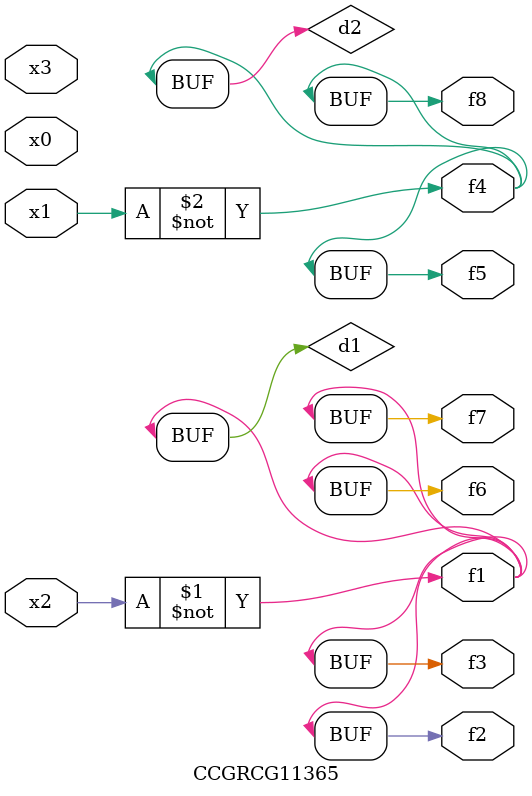
<source format=v>
module CCGRCG11365(
	input x0, x1, x2, x3,
	output f1, f2, f3, f4, f5, f6, f7, f8
);

	wire d1, d2;

	xnor (d1, x2);
	not (d2, x1);
	assign f1 = d1;
	assign f2 = d1;
	assign f3 = d1;
	assign f4 = d2;
	assign f5 = d2;
	assign f6 = d1;
	assign f7 = d1;
	assign f8 = d2;
endmodule

</source>
